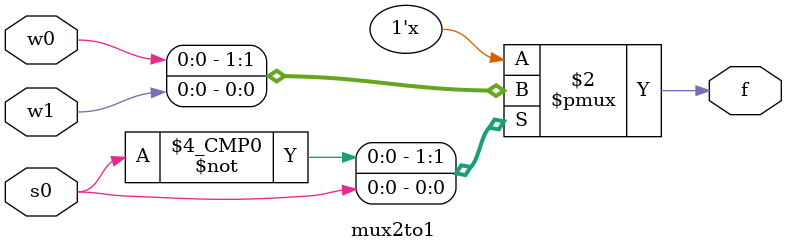
<source format=v>
module mux2to1(input w1, input w0, input s0, output reg f);
always @ (w0 | w1 | s0)
begin
case({s0})
1'b0:
	f = w0;
1'b1:
	f = w1;
endcase
end
endmodule
</source>
